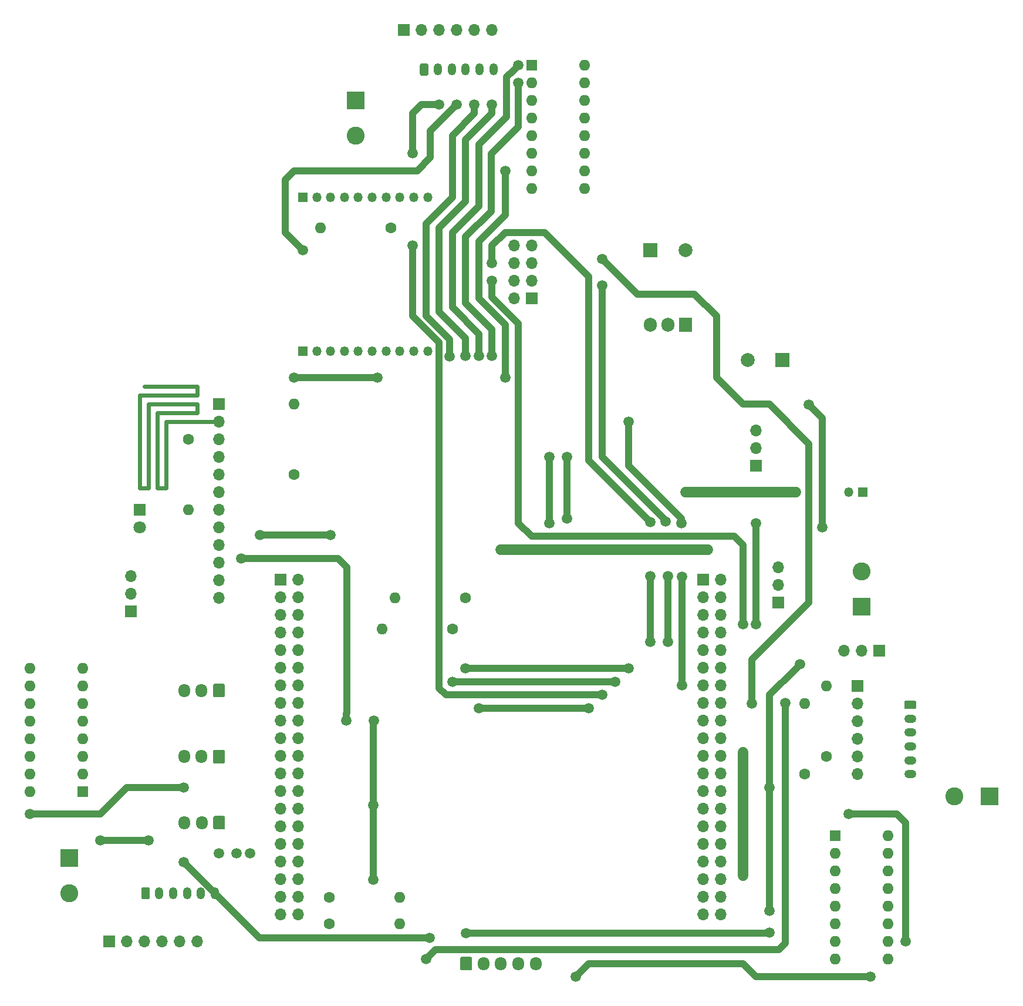
<source format=gbr>
%TF.GenerationSoftware,KiCad,Pcbnew,(5.0.1)-4*%
%TF.CreationDate,2021-09-30T12:25:10+02:00*%
%TF.ProjectId,RobotHolo,526F626F74486F6C6F2E6B696361645F,rev?*%
%TF.SameCoordinates,Original*%
%TF.FileFunction,Copper,L1,Top,Signal*%
%TF.FilePolarity,Positive*%
%FSLAX46Y46*%
G04 Gerber Fmt 4.6, Leading zero omitted, Abs format (unit mm)*
G04 Created by KiCad (PCBNEW (5.0.1)-4) date 30/09/2021 12:25:10*
%MOMM*%
%LPD*%
G01*
G04 APERTURE LIST*
%TA.AperFunction,ComponentPad*%
%ADD10O,1.700000X1.700000*%
%TD*%
%TA.AperFunction,ComponentPad*%
%ADD11R,1.700000X1.700000*%
%TD*%
%TA.AperFunction,ComponentPad*%
%ADD12R,1.350000X1.350000*%
%TD*%
%TA.AperFunction,ComponentPad*%
%ADD13O,1.350000X1.350000*%
%TD*%
%TA.AperFunction,ComponentPad*%
%ADD14C,2.000000*%
%TD*%
%TA.AperFunction,ComponentPad*%
%ADD15R,2.000000X2.000000*%
%TD*%
%TA.AperFunction,ComponentPad*%
%ADD16R,1.800000X1.800000*%
%TD*%
%TA.AperFunction,ComponentPad*%
%ADD17C,1.800000*%
%TD*%
%TA.AperFunction,ComponentPad*%
%ADD18R,2.600000X2.600000*%
%TD*%
%TA.AperFunction,ComponentPad*%
%ADD19C,2.600000*%
%TD*%
%TA.AperFunction,ComponentPad*%
%ADD20C,1.600000*%
%TD*%
%TA.AperFunction,ComponentPad*%
%ADD21O,1.600000X1.600000*%
%TD*%
%TA.AperFunction,ComponentPad*%
%ADD22R,1.600000X1.600000*%
%TD*%
%TA.AperFunction,Conductor*%
%ADD23C,0.100000*%
%TD*%
%TA.AperFunction,ComponentPad*%
%ADD24C,1.700000*%
%TD*%
%TA.AperFunction,ComponentPad*%
%ADD25O,1.700000X1.950000*%
%TD*%
%TA.AperFunction,ComponentPad*%
%ADD26R,1.905000X2.000000*%
%TD*%
%TA.AperFunction,ComponentPad*%
%ADD27O,1.905000X2.000000*%
%TD*%
%TA.AperFunction,ComponentPad*%
%ADD28C,1.200000*%
%TD*%
%TA.AperFunction,ComponentPad*%
%ADD29O,1.200000X1.750000*%
%TD*%
%TA.AperFunction,ComponentPad*%
%ADD30O,1.750000X1.200000*%
%TD*%
%TA.AperFunction,ViaPad*%
%ADD31C,1.500000*%
%TD*%
%TA.AperFunction,Conductor*%
%ADD32C,1.000000*%
%TD*%
%TA.AperFunction,Conductor*%
%ADD33C,1.500000*%
%TD*%
%TA.AperFunction,Conductor*%
%ADD34C,0.600000*%
%TD*%
G04 APERTURE END LIST*
D10*
%TO.P,J10,40*%
%TO.N,VCapt3*%
X71040001Y-154860001D03*
%TO.P,J10,39*%
%TO.N,VCapt2*%
X68500001Y-154860001D03*
%TO.P,J10,38*%
%TO.N,M1_B*%
X71040001Y-152320001D03*
%TO.P,J10,37*%
%TO.N,VCapt1*%
X68500001Y-152320001D03*
%TO.P,J10,36*%
%TO.N,M1_A*%
X71040001Y-149780001D03*
%TO.P,J10,35*%
%TO.N,Net-(J10-Pad35)*%
X68500001Y-149780001D03*
%TO.P,J10,34*%
%TO.N,Net-(J10-Pad34)*%
X71040001Y-147240001D03*
%TO.P,J10,33*%
%TO.N,Net-(J10-Pad33)*%
X68500001Y-147240001D03*
%TO.P,J10,32*%
%TO.N,RX_4*%
X71040001Y-144700001D03*
%TO.P,J10,31*%
%TO.N,Net-(J10-Pad31)*%
X68500001Y-144700001D03*
%TO.P,J10,30*%
%TO.N,TX_4*%
X71040001Y-142160001D03*
%TO.P,J10,29*%
%TO.N,Net-(J10-Pad29)*%
X68500001Y-142160001D03*
%TO.P,J10,28*%
%TO.N,Net-(J10-Pad28)*%
X71040001Y-139620001D03*
%TO.P,J10,27*%
%TO.N,Net-(J10-Pad27)*%
X68500001Y-139620001D03*
%TO.P,J10,26*%
%TO.N,NUC_VIN*%
X71040001Y-137080001D03*
%TO.P,J10,25*%
%TO.N,Net-(J10-Pad25)*%
X68500001Y-137080001D03*
%TO.P,J10,24*%
%TO.N,GND*%
X71040001Y-134540001D03*
%TO.P,J10,23*%
%TO.N,Net-(J10-Pad23)*%
X68500001Y-134540001D03*
%TO.P,J10,22*%
%TO.N,GND*%
X71040001Y-132000001D03*
%TO.P,J10,21*%
X68500001Y-132000001D03*
%TO.P,J10,20*%
%TO.N,5V_NUC*%
X71040001Y-129460001D03*
%TO.P,J10,19*%
%TO.N,Mot1_D2*%
X68500001Y-129460001D03*
%TO.P,J10,18*%
%TO.N,3.3V*%
X71040001Y-126920001D03*
%TO.P,J10,17*%
%TO.N,Net-(J10-Pad17)*%
X68500001Y-126920001D03*
%TO.P,J10,16*%
%TO.N,Net-(J10-Pad16)*%
X71040001Y-124380001D03*
%TO.P,J10,15*%
%TO.N,Net-(J10-Pad15)*%
X68500001Y-124380001D03*
%TO.P,J10,14*%
%TO.N,Net-(J10-Pad14)*%
X71040001Y-121840001D03*
%TO.P,J10,13*%
%TO.N,Net-(J10-Pad13)*%
X68500001Y-121840001D03*
%TO.P,J10,12*%
%TO.N,Net-(J10-Pad12)*%
X71040001Y-119300001D03*
%TO.P,J10,11*%
%TO.N,Net-(J10-Pad11)*%
X68500001Y-119300001D03*
%TO.P,J10,10*%
%TO.N,Net-(J10-Pad10)*%
X71040001Y-116760001D03*
%TO.P,J10,9*%
%TO.N,Net-(J10-Pad9)*%
X68500001Y-116760001D03*
%TO.P,J10,8*%
%TO.N,Net-(J10-Pad8)*%
X71040001Y-114220001D03*
%TO.P,J10,7*%
%TO.N,Net-(J10-Pad7)*%
X68500001Y-114220001D03*
%TO.P,J10,6*%
%TO.N,RESET_N*%
X71040001Y-111680001D03*
%TO.P,J10,5*%
%TO.N,Net-(J10-Pad5)*%
X68500001Y-111680001D03*
%TO.P,J10,4*%
%TO.N,RX*%
X71040001Y-109140001D03*
%TO.P,J10,3*%
%TO.N,TX*%
X68500001Y-109140001D03*
%TO.P,J10,2*%
%TO.N,Net-(J10-Pad2)*%
X71040001Y-106600001D03*
D11*
%TO.P,J10,1*%
%TO.N,Net-(J10-Pad1)*%
X68500001Y-106600001D03*
%TD*%
%TO.P,J14,1*%
%TO.N,Net-(J14-Pad1)*%
X129540000Y-106600001D03*
D10*
%TO.P,J14,2*%
%TO.N,Net-(J14-Pad2)*%
X132080000Y-106600001D03*
%TO.P,J14,3*%
%TO.N,Mot3_D1*%
X129540000Y-109140001D03*
%TO.P,J14,4*%
%TO.N,Net-(J14-Pad4)*%
X132080000Y-109140001D03*
%TO.P,J14,5*%
%TO.N,Mot3_D2*%
X129540000Y-111680001D03*
%TO.P,J14,6*%
%TO.N,Net-(J14-Pad6)*%
X132080000Y-111680001D03*
%TO.P,J14,7*%
%TO.N,Lidar_MOT*%
X129540000Y-114220001D03*
%TO.P,J14,8*%
%TO.N,Net-(J14-Pad8)*%
X132080000Y-114220001D03*
%TO.P,J14,9*%
%TO.N,Net-(J14-Pad9)*%
X129540000Y-116760001D03*
%TO.P,J14,10*%
%TO.N,Net-(J14-Pad10)*%
X132080000Y-116760001D03*
%TO.P,J14,11*%
%TO.N,Net-(J14-Pad11)*%
X129540000Y-119300001D03*
%TO.P,J14,12*%
%TO.N,Net-(J14-Pad12)*%
X132080000Y-119300001D03*
%TO.P,J14,13*%
%TO.N,nRF_SCK*%
X129540000Y-121840001D03*
%TO.P,J14,14*%
%TO.N,nRF_CSN*%
X132080000Y-121840001D03*
%TO.P,J14,15*%
%TO.N,nRF_MISO*%
X129540000Y-124380001D03*
%TO.P,J14,16*%
%TO.N,nRF_CE*%
X132080000Y-124380001D03*
%TO.P,J14,17*%
%TO.N,nRF_MOSI*%
X129540000Y-126920001D03*
%TO.P,J14,18*%
%TO.N,nRF_IRQ*%
X132080000Y-126920001D03*
%TO.P,J14,19*%
%TO.N,Net-(J14-Pad19)*%
X129540000Y-129460001D03*
%TO.P,J14,20*%
%TO.N,Net-(J14-Pad20)*%
X132080000Y-129460001D03*
%TO.P,J14,21*%
%TO.N,Net-(J14-Pad21)*%
X129540000Y-132000001D03*
%TO.P,J14,22*%
%TO.N,GND*%
X132080000Y-132000001D03*
%TO.P,J14,23*%
%TO.N,Net-(J14-Pad23)*%
X129540000Y-134540001D03*
%TO.P,J14,24*%
%TO.N,M2_A*%
X132080000Y-134540001D03*
%TO.P,J14,25*%
%TO.N,Net-(J14-Pad25)*%
X129540000Y-137080001D03*
%TO.P,J14,26*%
%TO.N,M2_B*%
X132080000Y-137080001D03*
%TO.P,J14,27*%
%TO.N,M3_B*%
X129540000Y-139620001D03*
%TO.P,J14,28*%
%TO.N,Net-(J14-Pad28)*%
X132080000Y-139620001D03*
%TO.P,J14,29*%
%TO.N,M3_A*%
X129540000Y-142160001D03*
%TO.P,J14,30*%
%TO.N,Mot2_D1*%
X132080000Y-142160001D03*
%TO.P,J14,31*%
%TO.N,GPIO2_STATUS*%
X129540000Y-144700001D03*
%TO.P,J14,32*%
%TO.N,Mot2_D2*%
X132080000Y-144700001D03*
%TO.P,J14,33*%
%TO.N,EnaPower*%
X129540000Y-147240001D03*
%TO.P,J14,34*%
%TO.N,Net-(J14-Pad34)*%
X132080000Y-147240001D03*
%TO.P,J14,35*%
%TO.N,Mot1_D1*%
X129540000Y-149780001D03*
%TO.P,J14,36*%
%TO.N,Net-(J14-Pad36)*%
X132080000Y-149780001D03*
%TO.P,J14,37*%
%TO.N,Net-(J14-Pad37)*%
X129540000Y-152320001D03*
%TO.P,J14,38*%
%TO.N,Net-(J14-Pad38)*%
X132080000Y-152320001D03*
%TO.P,J14,39*%
%TO.N,Net-(J14-Pad39)*%
X129540000Y-154860001D03*
%TO.P,J14,40*%
%TO.N,Net-(J14-Pad40)*%
X132080000Y-154860001D03*
%TD*%
D12*
%TO.P,J9,1*%
%TO.N,3.3V*%
X71755000Y-73660000D03*
D13*
%TO.P,J9,2*%
%TO.N,RX*%
X73755000Y-73660000D03*
%TO.P,J9,3*%
%TO.N,TX*%
X75755000Y-73660000D03*
%TO.P,J9,4*%
%TO.N,Net-(J9-Pad4)*%
X77755000Y-73660000D03*
%TO.P,J9,5*%
%TO.N,RESET_N*%
X79755000Y-73660000D03*
%TO.P,J9,6*%
%TO.N,Net-(J9-Pad6)*%
X81755000Y-73660000D03*
%TO.P,J9,7*%
%TO.N,Net-(J9-Pad7)*%
X83755000Y-73660000D03*
%TO.P,J9,8*%
%TO.N,Net-(J9-Pad8)*%
X85755000Y-73660000D03*
%TO.P,J9,9*%
%TO.N,Net-(J9-Pad9)*%
X87755000Y-73660000D03*
%TO.P,J9,10*%
%TO.N,GND*%
X89755000Y-73660000D03*
%TD*%
%TO.P,J11,10*%
%TO.N,Net-(J11-Pad10)*%
X89755000Y-51435000D03*
%TO.P,J11,9*%
%TO.N,Net-(J11-Pad9)*%
X87755000Y-51435000D03*
%TO.P,J11,8*%
%TO.N,GPIO2_STATUS*%
X85755000Y-51435000D03*
%TO.P,J11,7*%
%TO.N,Net-(J11-Pad7)*%
X83755000Y-51435000D03*
%TO.P,J11,6*%
%TO.N,Net-(J11-Pad6)*%
X81755000Y-51435000D03*
%TO.P,J11,5*%
%TO.N,Net-(J11-Pad5)*%
X79755000Y-51435000D03*
%TO.P,J11,4*%
%TO.N,Net-(J11-Pad4)*%
X77755000Y-51435000D03*
%TO.P,J11,3*%
%TO.N,Net-(J11-Pad3)*%
X75755000Y-51435000D03*
%TO.P,J11,2*%
%TO.N,Net-(J11-Pad2)*%
X73755000Y-51435000D03*
D12*
%TO.P,J11,1*%
%TO.N,Net-(J11-Pad1)*%
X71755000Y-51435000D03*
%TD*%
D14*
%TO.P,C1,2*%
%TO.N,GND*%
X135970000Y-74930000D03*
D15*
%TO.P,C1,1*%
%TO.N,VIN*%
X140970000Y-74930000D03*
%TD*%
%TO.P,C4,1*%
%TO.N,5V_REG*%
X121920000Y-59055000D03*
D14*
%TO.P,C4,2*%
%TO.N,GND*%
X126920000Y-59055000D03*
%TD*%
D16*
%TO.P,D1,1*%
%TO.N,Net-(D1-Pad1)*%
X48260000Y-96520000D03*
D17*
%TO.P,D1,2*%
%TO.N,3.3V*%
X48260000Y-99060000D03*
%TD*%
D11*
%TO.P,J4,1*%
%TO.N,GND*%
X59690000Y-81280000D03*
D10*
%TO.P,J4,2*%
%TO.N,Net-(J4-Pad2)*%
X59690000Y-83820000D03*
%TO.P,J4,3*%
%TO.N,Net-(J4-Pad3)*%
X59690000Y-86360000D03*
%TO.P,J4,4*%
%TO.N,Net-(J4-Pad4)*%
X59690000Y-88900000D03*
%TO.P,J4,5*%
%TO.N,Net-(J4-Pad5)*%
X59690000Y-91440000D03*
%TO.P,J4,6*%
%TO.N,Net-(J4-Pad6)*%
X59690000Y-93980000D03*
%TO.P,J4,7*%
%TO.N,RX*%
X59690000Y-96520000D03*
%TO.P,J4,8*%
%TO.N,TX*%
X59690000Y-99060000D03*
%TO.P,J4,9*%
%TO.N,Net-(J4-Pad9)*%
X59690000Y-101600000D03*
%TO.P,J4,10*%
%TO.N,3.3V*%
X59690000Y-104140000D03*
%TO.P,J4,11*%
%TO.N,GND*%
X59690000Y-106680000D03*
%TO.P,J4,12*%
%TO.N,Net-(J4-Pad12)*%
X59690000Y-109220000D03*
%TD*%
D18*
%TO.P,J5,1*%
%TO.N,M1_1*%
X38100000Y-146685000D03*
D19*
%TO.P,J5,2*%
%TO.N,M1_2*%
X38100000Y-151765000D03*
%TD*%
D18*
%TO.P,J6,1*%
%TO.N,M3_2*%
X79375000Y-37465000D03*
D19*
%TO.P,J6,2*%
%TO.N,M3_1*%
X79375000Y-42545000D03*
%TD*%
D10*
%TO.P,J7,3*%
%TO.N,5V_REG*%
X140335000Y-104775000D03*
%TO.P,J7,2*%
%TO.N,5V*%
X140335000Y-107315000D03*
D11*
%TO.P,J7,1*%
%TO.N,5V_NUC*%
X140335000Y-109855000D03*
%TD*%
D19*
%TO.P,J8,2*%
%TO.N,M2_1*%
X165735000Y-137795000D03*
D18*
%TO.P,J8,1*%
%TO.N,M2_2*%
X170815000Y-137795000D03*
%TD*%
D19*
%TO.P,J12,2*%
%TO.N,VIN*%
X152400000Y-105410000D03*
D18*
%TO.P,J12,1*%
%TO.N,GND*%
X152400000Y-110490000D03*
%TD*%
D11*
%TO.P,J18,1*%
%TO.N,GND*%
X154940000Y-116840000D03*
D10*
%TO.P,J18,2*%
X152400000Y-116840000D03*
%TO.P,J18,3*%
X149860000Y-116840000D03*
%TD*%
D12*
%TO.P,J19,1*%
%TO.N,VIN*%
X152495000Y-93980000D03*
D13*
%TO.P,J19,2*%
%TO.N,NUC_VIN*%
X150495000Y-93980000D03*
%TD*%
D11*
%TO.P,J20,1*%
%TO.N,5V_REG*%
X137160000Y-90170000D03*
D10*
%TO.P,J20,2*%
X137160000Y-87630000D03*
%TO.P,J20,3*%
X137160000Y-85090000D03*
%TD*%
%TO.P,J21,3*%
%TO.N,3.3V*%
X46990000Y-106045000D03*
%TO.P,J21,2*%
X46990000Y-108585000D03*
D11*
%TO.P,J21,1*%
X46990000Y-111125000D03*
%TD*%
D20*
%TO.P,R1,1*%
%TO.N,Net-(J4-Pad3)*%
X55245000Y-86360000D03*
D21*
%TO.P,R1,2*%
%TO.N,Net-(D1-Pad1)*%
X55245000Y-96520000D03*
%TD*%
%TO.P,R2,2*%
%TO.N,GND*%
X70485000Y-81280000D03*
D20*
%TO.P,R2,1*%
%TO.N,Net-(J4-Pad4)*%
X70485000Y-91440000D03*
%TD*%
D22*
%TO.P,U2,1*%
%TO.N,EnaPower*%
X40005000Y-137160000D03*
D21*
%TO.P,U2,9*%
%TO.N,Net-(U2-Pad9)*%
X32385000Y-119380000D03*
%TO.P,U2,2*%
%TO.N,Mot1_D1*%
X40005000Y-134620000D03*
%TO.P,U2,10*%
%TO.N,Net-(U2-Pad10)*%
X32385000Y-121920000D03*
%TO.P,U2,3*%
%TO.N,M1_1*%
X40005000Y-132080000D03*
%TO.P,U2,11*%
%TO.N,Net-(U2-Pad11)*%
X32385000Y-124460000D03*
%TO.P,U2,4*%
%TO.N,GND*%
X40005000Y-129540000D03*
%TO.P,U2,12*%
X32385000Y-127000000D03*
%TO.P,U2,5*%
X40005000Y-127000000D03*
%TO.P,U2,13*%
X32385000Y-129540000D03*
%TO.P,U2,6*%
%TO.N,M1_2*%
X40005000Y-124460000D03*
%TO.P,U2,14*%
%TO.N,Net-(U2-Pad14)*%
X32385000Y-132080000D03*
%TO.P,U2,7*%
%TO.N,Mot1_D2*%
X40005000Y-121920000D03*
%TO.P,U2,15*%
%TO.N,Net-(U2-Pad15)*%
X32385000Y-134620000D03*
%TO.P,U2,8*%
%TO.N,VIN*%
X40005000Y-119380000D03*
%TO.P,U2,16*%
%TO.N,5V*%
X32385000Y-137160000D03*
%TD*%
D22*
%TO.P,U3,1*%
%TO.N,Net-(U3-Pad1)*%
X148590000Y-143510000D03*
D21*
%TO.P,U3,9*%
%TO.N,EnaPower*%
X156210000Y-161290000D03*
%TO.P,U3,2*%
%TO.N,Net-(U3-Pad2)*%
X148590000Y-146050000D03*
%TO.P,U3,10*%
%TO.N,Mot2_D2*%
X156210000Y-158750000D03*
%TO.P,U3,3*%
%TO.N,Net-(U3-Pad3)*%
X148590000Y-148590000D03*
%TO.P,U3,11*%
%TO.N,M2_2*%
X156210000Y-156210000D03*
%TO.P,U3,4*%
%TO.N,GND*%
X148590000Y-151130000D03*
%TO.P,U3,12*%
X156210000Y-153670000D03*
%TO.P,U3,5*%
X148590000Y-153670000D03*
%TO.P,U3,13*%
X156210000Y-151130000D03*
%TO.P,U3,6*%
%TO.N,Net-(U3-Pad6)*%
X148590000Y-156210000D03*
%TO.P,U3,14*%
%TO.N,M2_1*%
X156210000Y-148590000D03*
%TO.P,U3,7*%
%TO.N,Net-(U3-Pad7)*%
X148590000Y-158750000D03*
%TO.P,U3,15*%
%TO.N,Mot2_D1*%
X156210000Y-146050000D03*
%TO.P,U3,8*%
%TO.N,VIN*%
X148590000Y-161290000D03*
%TO.P,U3,16*%
%TO.N,5V*%
X156210000Y-143510000D03*
%TD*%
%TO.P,U4,16*%
%TO.N,5V*%
X112395000Y-32385000D03*
%TO.P,U4,8*%
%TO.N,VIN*%
X104775000Y-50165000D03*
%TO.P,U4,15*%
%TO.N,Net-(U4-Pad15)*%
X112395000Y-34925000D03*
%TO.P,U4,7*%
%TO.N,Mot3_D2*%
X104775000Y-47625000D03*
%TO.P,U4,14*%
%TO.N,Net-(U4-Pad14)*%
X112395000Y-37465000D03*
%TO.P,U4,6*%
%TO.N,M3_1*%
X104775000Y-45085000D03*
%TO.P,U4,13*%
%TO.N,GND*%
X112395000Y-40005000D03*
%TO.P,U4,5*%
X104775000Y-42545000D03*
%TO.P,U4,12*%
X112395000Y-42545000D03*
%TO.P,U4,4*%
X104775000Y-40005000D03*
%TO.P,U4,11*%
%TO.N,Net-(U4-Pad11)*%
X112395000Y-45085000D03*
%TO.P,U4,3*%
%TO.N,M3_2*%
X104775000Y-37465000D03*
%TO.P,U4,10*%
%TO.N,Net-(U4-Pad10)*%
X112395000Y-47625000D03*
%TO.P,U4,2*%
%TO.N,Mot3_D1*%
X104775000Y-34925000D03*
%TO.P,U4,9*%
%TO.N,Net-(U4-Pad9)*%
X112395000Y-50165000D03*
D22*
%TO.P,U4,1*%
%TO.N,EnaPower*%
X104775000Y-32385000D03*
%TD*%
D23*
%TO.N,VCapt1*%
%TO.C,J1*%
G36*
X60274504Y-121581204D02*
X60298773Y-121584804D01*
X60322571Y-121590765D01*
X60345671Y-121599030D01*
X60367849Y-121609520D01*
X60388893Y-121622133D01*
X60408598Y-121636747D01*
X60426777Y-121653223D01*
X60443253Y-121671402D01*
X60457867Y-121691107D01*
X60470480Y-121712151D01*
X60480970Y-121734329D01*
X60489235Y-121757429D01*
X60495196Y-121781227D01*
X60498796Y-121805496D01*
X60500000Y-121830000D01*
X60500000Y-123280000D01*
X60498796Y-123304504D01*
X60495196Y-123328773D01*
X60489235Y-123352571D01*
X60480970Y-123375671D01*
X60470480Y-123397849D01*
X60457867Y-123418893D01*
X60443253Y-123438598D01*
X60426777Y-123456777D01*
X60408598Y-123473253D01*
X60388893Y-123487867D01*
X60367849Y-123500480D01*
X60345671Y-123510970D01*
X60322571Y-123519235D01*
X60298773Y-123525196D01*
X60274504Y-123528796D01*
X60250000Y-123530000D01*
X59050000Y-123530000D01*
X59025496Y-123528796D01*
X59001227Y-123525196D01*
X58977429Y-123519235D01*
X58954329Y-123510970D01*
X58932151Y-123500480D01*
X58911107Y-123487867D01*
X58891402Y-123473253D01*
X58873223Y-123456777D01*
X58856747Y-123438598D01*
X58842133Y-123418893D01*
X58829520Y-123397849D01*
X58819030Y-123375671D01*
X58810765Y-123352571D01*
X58804804Y-123328773D01*
X58801204Y-123304504D01*
X58800000Y-123280000D01*
X58800000Y-121830000D01*
X58801204Y-121805496D01*
X58804804Y-121781227D01*
X58810765Y-121757429D01*
X58819030Y-121734329D01*
X58829520Y-121712151D01*
X58842133Y-121691107D01*
X58856747Y-121671402D01*
X58873223Y-121653223D01*
X58891402Y-121636747D01*
X58911107Y-121622133D01*
X58932151Y-121609520D01*
X58954329Y-121599030D01*
X58977429Y-121590765D01*
X59001227Y-121584804D01*
X59025496Y-121581204D01*
X59050000Y-121580000D01*
X60250000Y-121580000D01*
X60274504Y-121581204D01*
X60274504Y-121581204D01*
G37*
D24*
%TD*%
%TO.P,J1,1*%
%TO.N,VCapt1*%
X59650000Y-122555000D03*
D25*
%TO.P,J1,2*%
%TO.N,GND*%
X57150000Y-122555000D03*
%TO.P,J1,3*%
%TO.N,5V*%
X54650000Y-122555000D03*
%TD*%
D23*
%TO.N,VCapt2*%
%TO.C,J2*%
G36*
X60274504Y-131106204D02*
X60298773Y-131109804D01*
X60322571Y-131115765D01*
X60345671Y-131124030D01*
X60367849Y-131134520D01*
X60388893Y-131147133D01*
X60408598Y-131161747D01*
X60426777Y-131178223D01*
X60443253Y-131196402D01*
X60457867Y-131216107D01*
X60470480Y-131237151D01*
X60480970Y-131259329D01*
X60489235Y-131282429D01*
X60495196Y-131306227D01*
X60498796Y-131330496D01*
X60500000Y-131355000D01*
X60500000Y-132805000D01*
X60498796Y-132829504D01*
X60495196Y-132853773D01*
X60489235Y-132877571D01*
X60480970Y-132900671D01*
X60470480Y-132922849D01*
X60457867Y-132943893D01*
X60443253Y-132963598D01*
X60426777Y-132981777D01*
X60408598Y-132998253D01*
X60388893Y-133012867D01*
X60367849Y-133025480D01*
X60345671Y-133035970D01*
X60322571Y-133044235D01*
X60298773Y-133050196D01*
X60274504Y-133053796D01*
X60250000Y-133055000D01*
X59050000Y-133055000D01*
X59025496Y-133053796D01*
X59001227Y-133050196D01*
X58977429Y-133044235D01*
X58954329Y-133035970D01*
X58932151Y-133025480D01*
X58911107Y-133012867D01*
X58891402Y-132998253D01*
X58873223Y-132981777D01*
X58856747Y-132963598D01*
X58842133Y-132943893D01*
X58829520Y-132922849D01*
X58819030Y-132900671D01*
X58810765Y-132877571D01*
X58804804Y-132853773D01*
X58801204Y-132829504D01*
X58800000Y-132805000D01*
X58800000Y-131355000D01*
X58801204Y-131330496D01*
X58804804Y-131306227D01*
X58810765Y-131282429D01*
X58819030Y-131259329D01*
X58829520Y-131237151D01*
X58842133Y-131216107D01*
X58856747Y-131196402D01*
X58873223Y-131178223D01*
X58891402Y-131161747D01*
X58911107Y-131147133D01*
X58932151Y-131134520D01*
X58954329Y-131124030D01*
X58977429Y-131115765D01*
X59001227Y-131109804D01*
X59025496Y-131106204D01*
X59050000Y-131105000D01*
X60250000Y-131105000D01*
X60274504Y-131106204D01*
X60274504Y-131106204D01*
G37*
D24*
%TD*%
%TO.P,J2,1*%
%TO.N,VCapt2*%
X59650000Y-132080000D03*
D25*
%TO.P,J2,2*%
%TO.N,GND*%
X57150000Y-132080000D03*
%TO.P,J2,3*%
%TO.N,5V*%
X54650000Y-132080000D03*
%TD*%
%TO.P,J3,3*%
%TO.N,5V*%
X54690000Y-141605000D03*
%TO.P,J3,2*%
%TO.N,GND*%
X57190000Y-141605000D03*
D23*
%TD*%
%TO.N,VCapt3*%
%TO.C,J3*%
G36*
X60314504Y-140631204D02*
X60338773Y-140634804D01*
X60362571Y-140640765D01*
X60385671Y-140649030D01*
X60407849Y-140659520D01*
X60428893Y-140672133D01*
X60448598Y-140686747D01*
X60466777Y-140703223D01*
X60483253Y-140721402D01*
X60497867Y-140741107D01*
X60510480Y-140762151D01*
X60520970Y-140784329D01*
X60529235Y-140807429D01*
X60535196Y-140831227D01*
X60538796Y-140855496D01*
X60540000Y-140880000D01*
X60540000Y-142330000D01*
X60538796Y-142354504D01*
X60535196Y-142378773D01*
X60529235Y-142402571D01*
X60520970Y-142425671D01*
X60510480Y-142447849D01*
X60497867Y-142468893D01*
X60483253Y-142488598D01*
X60466777Y-142506777D01*
X60448598Y-142523253D01*
X60428893Y-142537867D01*
X60407849Y-142550480D01*
X60385671Y-142560970D01*
X60362571Y-142569235D01*
X60338773Y-142575196D01*
X60314504Y-142578796D01*
X60290000Y-142580000D01*
X59090000Y-142580000D01*
X59065496Y-142578796D01*
X59041227Y-142575196D01*
X59017429Y-142569235D01*
X58994329Y-142560970D01*
X58972151Y-142550480D01*
X58951107Y-142537867D01*
X58931402Y-142523253D01*
X58913223Y-142506777D01*
X58896747Y-142488598D01*
X58882133Y-142468893D01*
X58869520Y-142447849D01*
X58859030Y-142425671D01*
X58850765Y-142402571D01*
X58844804Y-142378773D01*
X58841204Y-142354504D01*
X58840000Y-142330000D01*
X58840000Y-140880000D01*
X58841204Y-140855496D01*
X58844804Y-140831227D01*
X58850765Y-140807429D01*
X58859030Y-140784329D01*
X58869520Y-140762151D01*
X58882133Y-140741107D01*
X58896747Y-140721402D01*
X58913223Y-140703223D01*
X58931402Y-140686747D01*
X58951107Y-140672133D01*
X58972151Y-140659520D01*
X58994329Y-140649030D01*
X59017429Y-140640765D01*
X59041227Y-140634804D01*
X59065496Y-140631204D01*
X59090000Y-140630000D01*
X60290000Y-140630000D01*
X60314504Y-140631204D01*
X60314504Y-140631204D01*
G37*
D24*
%TO.P,J3,1*%
%TO.N,VCapt3*%
X59690000Y-141605000D03*
%TD*%
D23*
%TO.N,5V*%
%TO.C,J17*%
G36*
X95954504Y-160951204D02*
X95978773Y-160954804D01*
X96002571Y-160960765D01*
X96025671Y-160969030D01*
X96047849Y-160979520D01*
X96068893Y-160992133D01*
X96088598Y-161006747D01*
X96106777Y-161023223D01*
X96123253Y-161041402D01*
X96137867Y-161061107D01*
X96150480Y-161082151D01*
X96160970Y-161104329D01*
X96169235Y-161127429D01*
X96175196Y-161151227D01*
X96178796Y-161175496D01*
X96180000Y-161200000D01*
X96180000Y-162650000D01*
X96178796Y-162674504D01*
X96175196Y-162698773D01*
X96169235Y-162722571D01*
X96160970Y-162745671D01*
X96150480Y-162767849D01*
X96137867Y-162788893D01*
X96123253Y-162808598D01*
X96106777Y-162826777D01*
X96088598Y-162843253D01*
X96068893Y-162857867D01*
X96047849Y-162870480D01*
X96025671Y-162880970D01*
X96002571Y-162889235D01*
X95978773Y-162895196D01*
X95954504Y-162898796D01*
X95930000Y-162900000D01*
X94730000Y-162900000D01*
X94705496Y-162898796D01*
X94681227Y-162895196D01*
X94657429Y-162889235D01*
X94634329Y-162880970D01*
X94612151Y-162870480D01*
X94591107Y-162857867D01*
X94571402Y-162843253D01*
X94553223Y-162826777D01*
X94536747Y-162808598D01*
X94522133Y-162788893D01*
X94509520Y-162767849D01*
X94499030Y-162745671D01*
X94490765Y-162722571D01*
X94484804Y-162698773D01*
X94481204Y-162674504D01*
X94480000Y-162650000D01*
X94480000Y-161200000D01*
X94481204Y-161175496D01*
X94484804Y-161151227D01*
X94490765Y-161127429D01*
X94499030Y-161104329D01*
X94509520Y-161082151D01*
X94522133Y-161061107D01*
X94536747Y-161041402D01*
X94553223Y-161023223D01*
X94571402Y-161006747D01*
X94591107Y-160992133D01*
X94612151Y-160979520D01*
X94634329Y-160969030D01*
X94657429Y-160960765D01*
X94681227Y-160954804D01*
X94705496Y-160951204D01*
X94730000Y-160950000D01*
X95930000Y-160950000D01*
X95954504Y-160951204D01*
X95954504Y-160951204D01*
G37*
D24*
%TD*%
%TO.P,J17,1*%
%TO.N,5V*%
X95330000Y-161925000D03*
D25*
%TO.P,J17,2*%
%TO.N,RX_4*%
X97830000Y-161925000D03*
%TO.P,J17,3*%
%TO.N,TX_4*%
X100330000Y-161925000D03*
%TO.P,J17,4*%
%TO.N,GND*%
X102830000Y-161925000D03*
%TO.P,J17,5*%
%TO.N,Lidar_MOT*%
X105330000Y-161925000D03*
%TD*%
D20*
%TO.P,R3,1*%
%TO.N,GND*%
X84455000Y-55880000D03*
D21*
%TO.P,R3,2*%
%TO.N,Net-(J11-Pad5)*%
X74295000Y-55880000D03*
%TD*%
D11*
%TO.P,J13,1*%
%TO.N,M1_2*%
X43815000Y-158750000D03*
D10*
%TO.P,J13,2*%
%TO.N,M1_1*%
X46355000Y-158750000D03*
%TO.P,J13,3*%
%TO.N,GND*%
X48895000Y-158750000D03*
%TO.P,J13,4*%
%TO.N,3.3V*%
X51435000Y-158750000D03*
%TO.P,J13,5*%
%TO.N,M1_A*%
X53975000Y-158750000D03*
%TO.P,J13,6*%
%TO.N,M1_B*%
X56515000Y-158750000D03*
%TD*%
%TO.P,J15,6*%
%TO.N,M3_B*%
X99060000Y-27305000D03*
%TO.P,J15,5*%
%TO.N,M3_A*%
X96520000Y-27305000D03*
%TO.P,J15,4*%
%TO.N,3.3V*%
X93980000Y-27305000D03*
%TO.P,J15,3*%
%TO.N,GND*%
X91440000Y-27305000D03*
%TO.P,J15,2*%
%TO.N,M3_1*%
X88900000Y-27305000D03*
D11*
%TO.P,J15,1*%
%TO.N,M3_2*%
X86360000Y-27305000D03*
%TD*%
%TO.P,J16,1*%
%TO.N,M2_2*%
X151765000Y-121920000D03*
D10*
%TO.P,J16,2*%
%TO.N,M2_1*%
X151765000Y-124460000D03*
%TO.P,J16,3*%
%TO.N,GND*%
X151765000Y-127000000D03*
%TO.P,J16,4*%
%TO.N,3.3V*%
X151765000Y-129540000D03*
%TO.P,J16,5*%
%TO.N,M2_A*%
X151765000Y-132080000D03*
%TO.P,J16,6*%
%TO.N,M2_B*%
X151765000Y-134620000D03*
%TD*%
D20*
%TO.P,R4,1*%
%TO.N,M1_A*%
X75565000Y-152400000D03*
D21*
%TO.P,R4,2*%
%TO.N,3.3V*%
X85725000Y-152400000D03*
%TD*%
%TO.P,R5,2*%
%TO.N,3.3V*%
X85725000Y-156210000D03*
D20*
%TO.P,R5,1*%
%TO.N,M1_B*%
X75565000Y-156210000D03*
%TD*%
D26*
%TO.P,U1,1*%
%TO.N,VIN*%
X127000000Y-69850000D03*
D27*
%TO.P,U1,2*%
%TO.N,GND*%
X124460000Y-69850000D03*
%TO.P,U1,3*%
%TO.N,5V_REG*%
X121920000Y-69850000D03*
%TD*%
D20*
%TO.P,R6,1*%
%TO.N,M2_A*%
X147320000Y-132080000D03*
D21*
%TO.P,R6,2*%
%TO.N,3.3V*%
X147320000Y-121920000D03*
%TD*%
%TO.P,R7,2*%
%TO.N,3.3V*%
X144145000Y-124460000D03*
D20*
%TO.P,R7,1*%
%TO.N,M2_B*%
X144145000Y-134620000D03*
%TD*%
%TO.P,R8,1*%
%TO.N,M3_A*%
X93345000Y-113665000D03*
D21*
%TO.P,R8,2*%
%TO.N,3.3V*%
X83185000Y-113665000D03*
%TD*%
%TO.P,R9,2*%
%TO.N,3.3V*%
X85090000Y-109220000D03*
D20*
%TO.P,R9,1*%
%TO.N,M3_B*%
X95250000Y-109220000D03*
%TD*%
D11*
%TO.P,J22,1*%
%TO.N,GND*%
X104775000Y-66040000D03*
D10*
%TO.P,J22,2*%
%TO.N,3.3V*%
X102235000Y-66040000D03*
%TO.P,J22,3*%
%TO.N,nRF_CE*%
X104775000Y-63500000D03*
%TO.P,J22,4*%
%TO.N,nRF_CSN*%
X102235000Y-63500000D03*
%TO.P,J22,5*%
%TO.N,nRF_SCK*%
X104775000Y-60960000D03*
%TO.P,J22,6*%
%TO.N,nRF_MOSI*%
X102235000Y-60960000D03*
%TO.P,J22,7*%
%TO.N,nRF_MISO*%
X104775000Y-58420000D03*
%TO.P,J22,8*%
%TO.N,nRF_IRQ*%
X102235000Y-58420000D03*
%TD*%
D23*
%TO.N,M1_2*%
%TO.C,J23*%
G36*
X49429505Y-150891204D02*
X49453773Y-150894804D01*
X49477572Y-150900765D01*
X49500671Y-150909030D01*
X49522850Y-150919520D01*
X49543893Y-150932132D01*
X49563599Y-150946747D01*
X49581777Y-150963223D01*
X49598253Y-150981401D01*
X49612868Y-151001107D01*
X49625480Y-151022150D01*
X49635970Y-151044329D01*
X49644235Y-151067428D01*
X49650196Y-151091227D01*
X49653796Y-151115495D01*
X49655000Y-151139999D01*
X49655000Y-152390001D01*
X49653796Y-152414505D01*
X49650196Y-152438773D01*
X49644235Y-152462572D01*
X49635970Y-152485671D01*
X49625480Y-152507850D01*
X49612868Y-152528893D01*
X49598253Y-152548599D01*
X49581777Y-152566777D01*
X49563599Y-152583253D01*
X49543893Y-152597868D01*
X49522850Y-152610480D01*
X49500671Y-152620970D01*
X49477572Y-152629235D01*
X49453773Y-152635196D01*
X49429505Y-152638796D01*
X49405001Y-152640000D01*
X48704999Y-152640000D01*
X48680495Y-152638796D01*
X48656227Y-152635196D01*
X48632428Y-152629235D01*
X48609329Y-152620970D01*
X48587150Y-152610480D01*
X48566107Y-152597868D01*
X48546401Y-152583253D01*
X48528223Y-152566777D01*
X48511747Y-152548599D01*
X48497132Y-152528893D01*
X48484520Y-152507850D01*
X48474030Y-152485671D01*
X48465765Y-152462572D01*
X48459804Y-152438773D01*
X48456204Y-152414505D01*
X48455000Y-152390001D01*
X48455000Y-151139999D01*
X48456204Y-151115495D01*
X48459804Y-151091227D01*
X48465765Y-151067428D01*
X48474030Y-151044329D01*
X48484520Y-151022150D01*
X48497132Y-151001107D01*
X48511747Y-150981401D01*
X48528223Y-150963223D01*
X48546401Y-150946747D01*
X48566107Y-150932132D01*
X48587150Y-150919520D01*
X48609329Y-150909030D01*
X48632428Y-150900765D01*
X48656227Y-150894804D01*
X48680495Y-150891204D01*
X48704999Y-150890000D01*
X49405001Y-150890000D01*
X49429505Y-150891204D01*
X49429505Y-150891204D01*
G37*
D28*
%TD*%
%TO.P,J23,1*%
%TO.N,M1_2*%
X49055000Y-151765000D03*
D29*
%TO.P,J23,2*%
%TO.N,M1_1*%
X51055000Y-151765000D03*
%TO.P,J23,3*%
%TO.N,GND*%
X53055000Y-151765000D03*
%TO.P,J23,4*%
%TO.N,3.3V*%
X55055000Y-151765000D03*
%TO.P,J23,5*%
%TO.N,M1_A*%
X57055000Y-151765000D03*
%TO.P,J23,6*%
%TO.N,M1_B*%
X59055000Y-151765000D03*
%TD*%
%TO.P,J24,6*%
%TO.N,M3_B*%
X99250000Y-33020000D03*
%TO.P,J24,5*%
%TO.N,M3_A*%
X97250000Y-33020000D03*
%TO.P,J24,4*%
%TO.N,3.3V*%
X95250000Y-33020000D03*
%TO.P,J24,3*%
%TO.N,GND*%
X93250000Y-33020000D03*
%TO.P,J24,2*%
%TO.N,M3_1*%
X91250000Y-33020000D03*
D23*
%TD*%
%TO.N,M3_2*%
%TO.C,J24*%
G36*
X89624505Y-32146204D02*
X89648773Y-32149804D01*
X89672572Y-32155765D01*
X89695671Y-32164030D01*
X89717850Y-32174520D01*
X89738893Y-32187132D01*
X89758599Y-32201747D01*
X89776777Y-32218223D01*
X89793253Y-32236401D01*
X89807868Y-32256107D01*
X89820480Y-32277150D01*
X89830970Y-32299329D01*
X89839235Y-32322428D01*
X89845196Y-32346227D01*
X89848796Y-32370495D01*
X89850000Y-32394999D01*
X89850000Y-33645001D01*
X89848796Y-33669505D01*
X89845196Y-33693773D01*
X89839235Y-33717572D01*
X89830970Y-33740671D01*
X89820480Y-33762850D01*
X89807868Y-33783893D01*
X89793253Y-33803599D01*
X89776777Y-33821777D01*
X89758599Y-33838253D01*
X89738893Y-33852868D01*
X89717850Y-33865480D01*
X89695671Y-33875970D01*
X89672572Y-33884235D01*
X89648773Y-33890196D01*
X89624505Y-33893796D01*
X89600001Y-33895000D01*
X88899999Y-33895000D01*
X88875495Y-33893796D01*
X88851227Y-33890196D01*
X88827428Y-33884235D01*
X88804329Y-33875970D01*
X88782150Y-33865480D01*
X88761107Y-33852868D01*
X88741401Y-33838253D01*
X88723223Y-33821777D01*
X88706747Y-33803599D01*
X88692132Y-33783893D01*
X88679520Y-33762850D01*
X88669030Y-33740671D01*
X88660765Y-33717572D01*
X88654804Y-33693773D01*
X88651204Y-33669505D01*
X88650000Y-33645001D01*
X88650000Y-32394999D01*
X88651204Y-32370495D01*
X88654804Y-32346227D01*
X88660765Y-32322428D01*
X88669030Y-32299329D01*
X88679520Y-32277150D01*
X88692132Y-32256107D01*
X88706747Y-32236401D01*
X88723223Y-32218223D01*
X88741401Y-32201747D01*
X88761107Y-32187132D01*
X88782150Y-32174520D01*
X88804329Y-32164030D01*
X88827428Y-32155765D01*
X88851227Y-32149804D01*
X88875495Y-32146204D01*
X88899999Y-32145000D01*
X89600001Y-32145000D01*
X89624505Y-32146204D01*
X89624505Y-32146204D01*
G37*
D28*
%TO.P,J24,1*%
%TO.N,M3_2*%
X89250000Y-33020000D03*
%TD*%
D23*
%TO.N,M2_2*%
%TO.C,J25*%
G36*
X160034505Y-124021204D02*
X160058773Y-124024804D01*
X160082572Y-124030765D01*
X160105671Y-124039030D01*
X160127850Y-124049520D01*
X160148893Y-124062132D01*
X160168599Y-124076747D01*
X160186777Y-124093223D01*
X160203253Y-124111401D01*
X160217868Y-124131107D01*
X160230480Y-124152150D01*
X160240970Y-124174329D01*
X160249235Y-124197428D01*
X160255196Y-124221227D01*
X160258796Y-124245495D01*
X160260000Y-124269999D01*
X160260000Y-124970001D01*
X160258796Y-124994505D01*
X160255196Y-125018773D01*
X160249235Y-125042572D01*
X160240970Y-125065671D01*
X160230480Y-125087850D01*
X160217868Y-125108893D01*
X160203253Y-125128599D01*
X160186777Y-125146777D01*
X160168599Y-125163253D01*
X160148893Y-125177868D01*
X160127850Y-125190480D01*
X160105671Y-125200970D01*
X160082572Y-125209235D01*
X160058773Y-125215196D01*
X160034505Y-125218796D01*
X160010001Y-125220000D01*
X158759999Y-125220000D01*
X158735495Y-125218796D01*
X158711227Y-125215196D01*
X158687428Y-125209235D01*
X158664329Y-125200970D01*
X158642150Y-125190480D01*
X158621107Y-125177868D01*
X158601401Y-125163253D01*
X158583223Y-125146777D01*
X158566747Y-125128599D01*
X158552132Y-125108893D01*
X158539520Y-125087850D01*
X158529030Y-125065671D01*
X158520765Y-125042572D01*
X158514804Y-125018773D01*
X158511204Y-124994505D01*
X158510000Y-124970001D01*
X158510000Y-124269999D01*
X158511204Y-124245495D01*
X158514804Y-124221227D01*
X158520765Y-124197428D01*
X158529030Y-124174329D01*
X158539520Y-124152150D01*
X158552132Y-124131107D01*
X158566747Y-124111401D01*
X158583223Y-124093223D01*
X158601401Y-124076747D01*
X158621107Y-124062132D01*
X158642150Y-124049520D01*
X158664329Y-124039030D01*
X158687428Y-124030765D01*
X158711227Y-124024804D01*
X158735495Y-124021204D01*
X158759999Y-124020000D01*
X160010001Y-124020000D01*
X160034505Y-124021204D01*
X160034505Y-124021204D01*
G37*
D28*
%TD*%
%TO.P,J25,1*%
%TO.N,M2_2*%
X159385000Y-124620000D03*
D30*
%TO.P,J25,2*%
%TO.N,M2_1*%
X159385000Y-126620000D03*
%TO.P,J25,3*%
%TO.N,GND*%
X159385000Y-128620000D03*
%TO.P,J25,4*%
%TO.N,3.3V*%
X159385000Y-130620000D03*
%TO.P,J25,5*%
%TO.N,M2_A*%
X159385000Y-132620000D03*
%TO.P,J25,6*%
%TO.N,M2_B*%
X159385000Y-134620000D03*
%TD*%
D31*
%TO.N,5V*%
X95330000Y-157560000D03*
X139065000Y-157480000D03*
X139065000Y-154305000D03*
X90055001Y-158229999D03*
X139065000Y-136525000D03*
X144712089Y-81347911D03*
X146685000Y-99060000D03*
X143510000Y-118745000D03*
X32384994Y-140335000D03*
X54610000Y-136525004D03*
X54610000Y-147320000D03*
%TO.N,GND*%
X82550000Y-77470000D03*
X70485000Y-77470000D03*
X135255000Y-131445000D03*
X135255000Y-149225000D03*
X135255000Y-149225000D03*
%TO.N,VCapt1*%
X64135000Y-146050000D03*
%TO.N,VCapt2*%
X62230000Y-146050000D03*
%TO.N,VCapt3*%
X59690000Y-146050000D03*
%TO.N,TX*%
X75755000Y-100140006D03*
X65594994Y-100140006D03*
%TO.N,3.3V*%
X78025001Y-126920001D03*
X62865000Y-103505000D03*
X81994999Y-126920001D03*
X81915000Y-149860000D03*
X81915000Y-139065000D03*
X89535000Y-161290000D03*
X71755000Y-59054976D03*
X141394272Y-124320419D03*
X93980000Y-38100000D03*
%TO.N,5V_NUC*%
X100330000Y-102235000D03*
X130175000Y-102235000D03*
%TO.N,GPIO2_STATUS*%
X114934996Y-123190000D03*
X87630008Y-58420000D03*
%TO.N,EnaPower*%
X97155000Y-125095000D03*
X113030012Y-125095000D03*
X97195696Y-74291913D03*
X153670000Y-163830000D03*
X111125000Y-163830000D03*
X102870002Y-32385000D03*
%TO.N,Mot2_D2*%
X150495000Y-140335000D03*
X158750000Y-158750000D03*
%TO.N,Mot3_D2*%
X100965000Y-47625000D03*
X100965000Y-77470000D03*
X107315000Y-88900000D03*
X107315000Y-98425000D03*
%TO.N,Mot3_D1*%
X109855000Y-88900000D03*
X99060000Y-74295000D03*
X109855000Y-97790000D03*
X102870000Y-34925000D03*
%TO.N,M1_1*%
X42545000Y-144145000D03*
X49530000Y-144145000D03*
%TO.N,M3_1*%
X87630000Y-45085000D03*
X91440000Y-38100000D03*
%TO.N,M3_B*%
X95249998Y-119380000D03*
X118745000Y-119380000D03*
X95250002Y-74295000D03*
X99060010Y-38100000D03*
%TO.N,M3_A*%
X93345000Y-121285000D03*
X116840000Y-121285002D03*
X92920728Y-74434578D03*
X96520014Y-38100000D03*
%TO.N,nRF_SCK*%
X126444999Y-121840001D03*
X126444999Y-106124999D03*
X118745000Y-83820000D03*
X126365000Y-98424984D03*
%TO.N,nRF_CSN*%
X135255000Y-113030002D03*
X99060000Y-63500000D03*
%TO.N,nRF_MISO*%
X124460000Y-115570000D03*
X124460000Y-115570000D03*
X124460000Y-106045000D03*
X114934996Y-64135000D03*
X124046809Y-98186451D03*
%TO.N,nRF_CE*%
X137159996Y-113030000D03*
X137160000Y-98425004D03*
%TO.N,nRF_MOSI*%
X121920000Y-115570000D03*
X121920000Y-106045000D03*
X121920000Y-98244990D03*
X99060000Y-60960000D03*
%TO.N,nRF_IRQ*%
X114935000Y-60325000D03*
X136525000Y-124460000D03*
%TO.N,NUC_VIN*%
X127000000Y-93980000D03*
X142875000Y-93980000D03*
%TD*%
D32*
%TO.N,5V*%
X138985000Y-157560000D02*
X139065000Y-157480000D01*
X95330000Y-157560000D02*
X138985000Y-157560000D01*
X139065000Y-154305000D02*
X139065000Y-136525000D01*
X146685000Y-97560002D02*
X146685000Y-99060000D01*
X144712089Y-81347911D02*
X146685000Y-83320822D01*
X146685000Y-83320822D02*
X146685000Y-97560002D01*
X139065000Y-136525000D02*
X139065000Y-123190000D01*
X142760001Y-119494999D02*
X143510000Y-118745000D01*
X139065000Y-123190000D02*
X142760001Y-119494999D01*
X54609996Y-136525000D02*
X54610000Y-136525004D01*
X46355000Y-136525000D02*
X54609996Y-136525000D01*
X32384994Y-140335000D02*
X42545000Y-140335000D01*
X42545000Y-140335000D02*
X46355000Y-136525000D01*
X55359999Y-148069999D02*
X54610000Y-147320000D01*
X65519999Y-158229999D02*
X55359999Y-148069999D01*
X90055001Y-158229999D02*
X65519999Y-158229999D01*
%TO.N,GND*%
X82550000Y-77470000D02*
X70485000Y-77470000D01*
D33*
X135255000Y-131445000D02*
X135255000Y-149225000D01*
D32*
%TO.N,TX*%
X75755000Y-100140006D02*
X65594994Y-100140006D01*
%TO.N,3.3V*%
X78025001Y-125859341D02*
X78105000Y-125779342D01*
X78025001Y-126920001D02*
X78025001Y-125859341D01*
X78105000Y-125779342D02*
X78105000Y-108585000D01*
X76835000Y-103505000D02*
X62865000Y-103505000D01*
X81915000Y-127000000D02*
X81994999Y-126920001D01*
X81915000Y-138430000D02*
X81915000Y-127000000D01*
X81915000Y-149860000D02*
X81915000Y-139065000D01*
X76835000Y-103505000D02*
X78105000Y-104775000D01*
X78105000Y-104775000D02*
X78105000Y-108585000D01*
X90919999Y-159905001D02*
X140449999Y-159905001D01*
X89535000Y-161290000D02*
X90919999Y-159905001D01*
X141394272Y-158960728D02*
X141394272Y-124320419D01*
X140449999Y-159905001D02*
X141394272Y-158960728D01*
X90170000Y-45720000D02*
X90170000Y-41910000D01*
X88265000Y-47625000D02*
X90170000Y-45720000D01*
X90170000Y-41910000D02*
X93980000Y-38100000D01*
X71755000Y-59054976D02*
X71005001Y-58304977D01*
X71004977Y-58304977D02*
X69215000Y-56515000D01*
X69215000Y-56515000D02*
X69215000Y-48895000D01*
X71005001Y-58304977D02*
X71004977Y-58304977D01*
X69215000Y-48895000D02*
X70485000Y-47625000D01*
X70485000Y-47625000D02*
X88265000Y-47625000D01*
D33*
%TO.N,5V_NUC*%
X100330000Y-102235000D02*
X130175000Y-102235000D01*
D32*
%TO.N,GPIO2_STATUS*%
X87630008Y-68580008D02*
X87630008Y-58420000D01*
X91440000Y-72390000D02*
X87630008Y-68580008D01*
X91440000Y-122237500D02*
X91440000Y-72390000D01*
X114934996Y-123190000D02*
X92392500Y-123190000D01*
X92392500Y-123190000D02*
X91440000Y-122237500D01*
D34*
%TO.N,Net-(J4-Pad2)*%
X56515000Y-82550000D02*
X50800000Y-82550000D01*
X56515000Y-81280000D02*
X56515000Y-82550000D01*
X50800000Y-82550000D02*
X50800000Y-93345000D01*
X49530000Y-81280000D02*
X56515000Y-81280000D01*
X57785000Y-83820000D02*
X59690000Y-83820000D01*
X56515000Y-78740000D02*
X56515000Y-80010000D01*
X48895000Y-78740000D02*
X56515000Y-78740000D01*
X56515000Y-80010000D02*
X48260000Y-80010000D01*
X52070000Y-93345000D02*
X52070000Y-83820000D01*
X48260000Y-80010000D02*
X48260000Y-93345000D01*
X52070000Y-83820000D02*
X57785000Y-83820000D01*
X48260000Y-93345000D02*
X49530000Y-93345000D01*
X50800000Y-93345000D02*
X52070000Y-93345000D01*
X49530000Y-93345000D02*
X49530000Y-81280000D01*
D32*
%TO.N,EnaPower*%
X97155000Y-125095000D02*
X98215660Y-125095000D01*
X98215660Y-125095000D02*
X113030012Y-125095000D01*
X102120003Y-33134999D02*
X102870002Y-32385000D01*
X101145002Y-39824998D02*
X101145002Y-34110000D01*
X97195696Y-71160696D02*
X93345000Y-67310000D01*
X101145002Y-34110000D02*
X102120003Y-33134999D01*
X97195696Y-74291913D02*
X97195696Y-71160696D01*
X93345000Y-67310000D02*
X93345000Y-56515000D01*
X93345000Y-56515000D02*
X97155006Y-52704994D01*
X97155006Y-52704994D02*
X97155006Y-43814994D01*
X97155006Y-43814994D02*
X101145002Y-39824998D01*
X113030000Y-161925000D02*
X111125000Y-163830000D01*
X135255000Y-161925000D02*
X113030000Y-161925000D01*
X153670000Y-163830000D02*
X137160000Y-163830000D01*
X137160000Y-163830000D02*
X135255000Y-161925000D01*
%TO.N,Mot2_D2*%
X150495000Y-140335000D02*
X157480000Y-140335000D01*
X157480000Y-140335000D02*
X158750000Y-141605000D01*
X158750000Y-141605000D02*
X158750000Y-158750000D01*
%TO.N,Mot3_D2*%
X107315000Y-88900000D02*
X107315000Y-98425000D01*
X100965000Y-69850000D02*
X100965000Y-77470000D01*
X97155000Y-66040000D02*
X100965000Y-69850000D01*
X97155000Y-57785000D02*
X97155000Y-66040000D01*
X100965000Y-47625000D02*
X100965000Y-53975000D01*
X100965000Y-53975000D02*
X97155000Y-57785000D01*
%TO.N,Mot3_D1*%
X109855000Y-88900000D02*
X109855000Y-97790000D01*
X102870000Y-35985660D02*
X102870000Y-34925000D01*
X99060000Y-70485000D02*
X95250000Y-66675000D01*
X102870000Y-41275000D02*
X102870000Y-35985660D01*
X99060000Y-74295000D02*
X99060000Y-70485000D01*
X95250000Y-57150000D02*
X98945001Y-53454999D01*
X98945001Y-53454999D02*
X98945001Y-45199999D01*
X95250000Y-66675000D02*
X95250000Y-57150000D01*
X98945001Y-45199999D02*
X102870000Y-41275000D01*
%TO.N,M1_1*%
X42545000Y-144145000D02*
X49530000Y-144145000D01*
%TO.N,M3_1*%
X88900000Y-38100000D02*
X91440000Y-38100000D01*
X87630000Y-45085000D02*
X87630000Y-39370000D01*
X87630000Y-39370000D02*
X88900000Y-38100000D01*
%TO.N,M3_B*%
X95249998Y-119380000D02*
X118745000Y-119380000D01*
X99060010Y-39369990D02*
X99060010Y-38100000D01*
X95250002Y-71755002D02*
X91440000Y-67945000D01*
X95250002Y-74295000D02*
X95250002Y-71755002D01*
X91440000Y-67945000D02*
X91440000Y-55880000D01*
X91440000Y-55880000D02*
X95250000Y-52070000D01*
X95250000Y-52070000D02*
X95250000Y-43180000D01*
X95250000Y-43180000D02*
X99060010Y-39369990D01*
%TO.N,M3_A*%
X116839998Y-121285000D02*
X116840000Y-121285002D01*
X93345000Y-121285000D02*
X116839998Y-121285000D01*
X96520000Y-38100014D02*
X96520014Y-38100000D01*
X96520000Y-39370000D02*
X96520000Y-38100014D01*
X92920728Y-71965728D02*
X89535000Y-68580000D01*
X92920728Y-74434578D02*
X92920728Y-71965728D01*
X89535000Y-68580000D02*
X89535000Y-55245000D01*
X89535000Y-55245000D02*
X93345000Y-51435000D01*
X93345000Y-51435000D02*
X93345000Y-42545000D01*
X93345000Y-42545000D02*
X96520000Y-39370000D01*
%TO.N,nRF_SCK*%
X126444999Y-121840001D02*
X126444999Y-106124999D01*
X126365000Y-97790000D02*
X126365000Y-98424984D01*
X118745000Y-83820000D02*
X118745000Y-90170000D01*
X118745000Y-90170000D02*
X126365000Y-97790000D01*
%TO.N,nRF_CSN*%
X102870000Y-98425000D02*
X102870000Y-69640660D01*
X133985000Y-100330000D02*
X104775000Y-100330000D01*
X102870000Y-69640660D02*
X99060000Y-65830660D01*
X104775000Y-100330000D02*
X102870000Y-98425000D01*
X135255000Y-113030002D02*
X135255000Y-101600000D01*
X135255000Y-101600000D02*
X133985000Y-100330000D01*
X99060000Y-65830660D02*
X99060000Y-63500000D01*
%TO.N,nRF_MISO*%
X124460000Y-115570000D02*
X124460000Y-106045000D01*
X124046809Y-98011809D02*
X124046809Y-98186451D01*
X114934996Y-64135000D02*
X114934996Y-88899996D01*
X114934996Y-88899996D02*
X124046809Y-98011809D01*
%TO.N,nRF_CE*%
X137159996Y-113030000D02*
X137159996Y-98425008D01*
X137159996Y-98425008D02*
X137160000Y-98425004D01*
%TO.N,nRF_MOSI*%
X121920000Y-115570000D02*
X121920000Y-106045000D01*
X99060000Y-58420000D02*
X99060000Y-60960000D01*
X100965000Y-56515000D02*
X99060000Y-58420000D01*
X106680000Y-56515000D02*
X100965000Y-56515000D01*
X113030000Y-62865000D02*
X106680000Y-56515000D01*
X121920000Y-98244990D02*
X113030000Y-89354990D01*
X113030000Y-89354990D02*
X113030000Y-62865000D01*
%TO.N,nRF_IRQ*%
X136525000Y-124460000D02*
X136525000Y-118110000D01*
X136525000Y-118110000D02*
X144780000Y-109855000D01*
X131445000Y-77470000D02*
X131445000Y-68580000D01*
X131445000Y-68580000D02*
X128270000Y-65405000D01*
X135255000Y-81280000D02*
X131445000Y-77470000D01*
X144780000Y-86995000D02*
X139065000Y-81280000D01*
X139065000Y-81280000D02*
X135255000Y-81280000D01*
X144780000Y-109855000D02*
X144780000Y-86995000D01*
X115684999Y-61074999D02*
X114935000Y-60325000D01*
X128270000Y-65405000D02*
X120015000Y-65405000D01*
X120015000Y-65405000D02*
X115684999Y-61074999D01*
D33*
%TO.N,NUC_VIN*%
X140335000Y-93980000D02*
X142875000Y-93980000D01*
X127000000Y-93980000D02*
X140335000Y-93980000D01*
%TD*%
M02*

</source>
